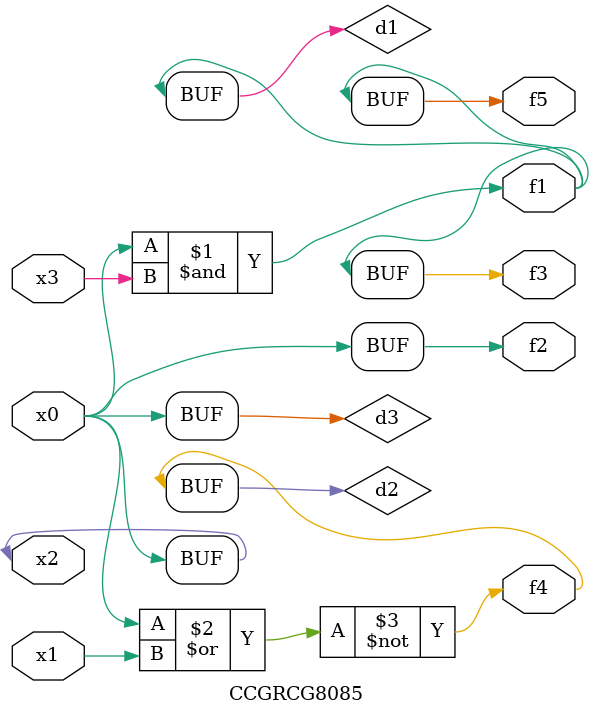
<source format=v>
module CCGRCG8085(
	input x0, x1, x2, x3,
	output f1, f2, f3, f4, f5
);

	wire d1, d2, d3;

	and (d1, x2, x3);
	nor (d2, x0, x1);
	buf (d3, x0, x2);
	assign f1 = d1;
	assign f2 = d3;
	assign f3 = d1;
	assign f4 = d2;
	assign f5 = d1;
endmodule

</source>
